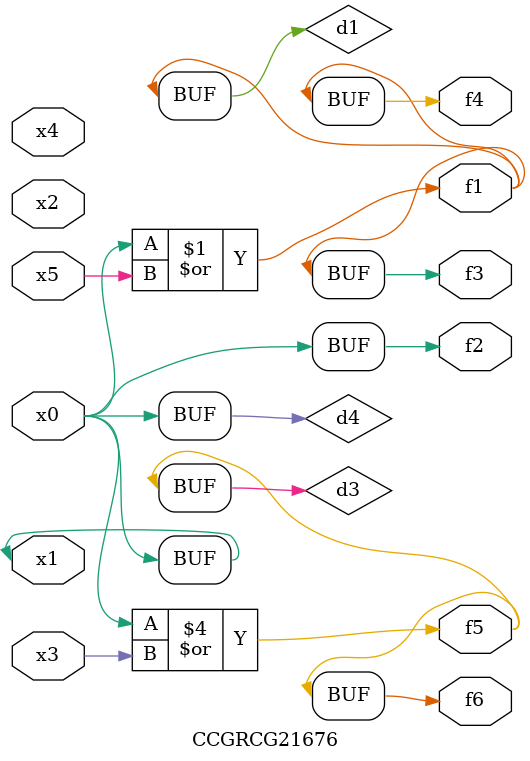
<source format=v>
module CCGRCG21676(
	input x0, x1, x2, x3, x4, x5,
	output f1, f2, f3, f4, f5, f6
);

	wire d1, d2, d3, d4;

	or (d1, x0, x5);
	xnor (d2, x1, x4);
	or (d3, x0, x3);
	buf (d4, x0, x1);
	assign f1 = d1;
	assign f2 = d4;
	assign f3 = d1;
	assign f4 = d1;
	assign f5 = d3;
	assign f6 = d3;
endmodule

</source>
